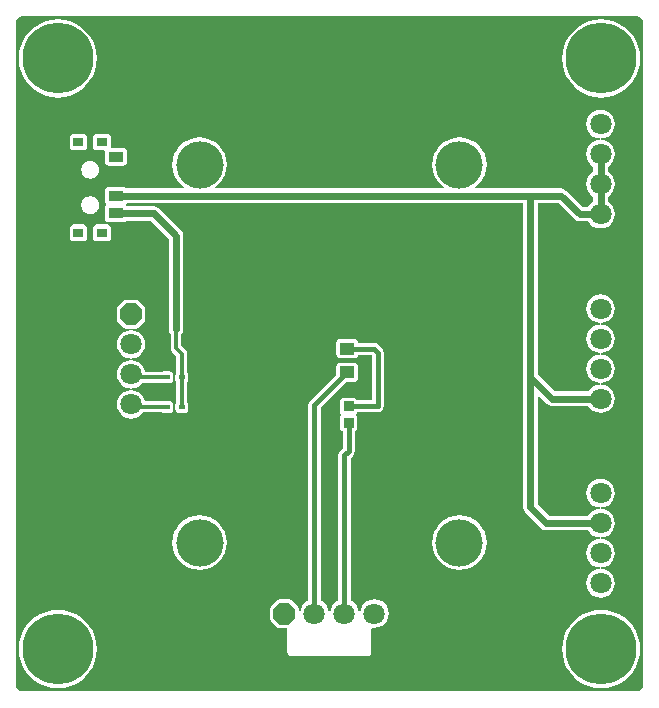
<source format=gtl>
G04 Layer_Physical_Order=1*
G04 Layer_Color=255*
%FSLAX44Y44*%
%MOMM*%
G71*
G01*
G75*
%ADD10R,1.2500X0.9000*%
%ADD11R,0.9000X0.8000*%
%ADD12R,0.8500X0.8500*%
%ADD13R,1.2500X1.0000*%
%ADD14R,0.5000X0.4000*%
%ADD15C,0.6000*%
%ADD16C,0.4000*%
%ADD17C,0.3000*%
%ADD18C,6.0000*%
%ADD19C,4.0000*%
%ADD20C,1.8000*%
%ADD21P,1.9483X8X292.5*%
%ADD22P,1.9483X8X22.5*%
G36*
X537186Y585278D02*
X539040Y584040D01*
X540278Y582186D01*
X540680Y580167D01*
X540646Y580000D01*
Y20000D01*
X540680Y19833D01*
X540278Y17814D01*
X539040Y15960D01*
X537186Y14722D01*
X536199Y14526D01*
X535000Y14354D01*
Y14354D01*
X15000D01*
X14833Y14320D01*
X12814Y14722D01*
X10961Y15960D01*
X9722Y17814D01*
X9526Y18801D01*
X9354Y20000D01*
X9354D01*
Y580000D01*
X9320Y580167D01*
X9722Y582186D01*
X10961Y584040D01*
X12814Y585278D01*
X14833Y585680D01*
X15000Y585646D01*
X535000D01*
X535167Y585680D01*
X537186Y585278D01*
D02*
G37*
%LPC*%
G36*
X296300Y312419D02*
X283800D01*
X282630Y312186D01*
X281637Y311523D01*
X280974Y310530D01*
X280741Y309360D01*
Y299360D01*
X280974Y298190D01*
X281637Y297197D01*
X282630Y296534D01*
X283800Y296301D01*
X296300D01*
X297471Y296534D01*
X298463Y297197D01*
X299126Y298190D01*
X299339Y299262D01*
X310208D01*
X310712Y298758D01*
Y260568D01*
X298300D01*
X298236Y260891D01*
X297573Y261883D01*
X296581Y262546D01*
X295410Y262779D01*
X286910D01*
X285739Y262546D01*
X284747Y261883D01*
X284084Y260891D01*
X283851Y259720D01*
Y251220D01*
X284084Y250049D01*
X284584Y249301D01*
X284680Y248470D01*
X284584Y247639D01*
X284084Y246891D01*
X283851Y245720D01*
Y237220D01*
X284084Y236049D01*
X284747Y235057D01*
X285739Y234394D01*
X286062Y234330D01*
Y219522D01*
X284095Y217555D01*
X282990Y215901D01*
X282602Y213950D01*
Y90877D01*
X281648Y90482D01*
X279142Y88559D01*
X277218Y86052D01*
X276009Y83133D01*
X275716Y80905D01*
X275640Y80334D01*
X274360D01*
X274284Y80905D01*
X273991Y83133D01*
X272782Y86052D01*
X270858Y88559D01*
X268352Y90482D01*
X267398Y90877D01*
Y254498D01*
X289201Y276301D01*
X296300D01*
X297471Y276534D01*
X298463Y277197D01*
X299126Y278190D01*
X299359Y279360D01*
Y289360D01*
X299126Y290530D01*
X298463Y291523D01*
X297471Y292186D01*
X296300Y292419D01*
X283800D01*
X282630Y292186D01*
X281637Y291523D01*
X280974Y290530D01*
X280741Y289360D01*
Y282261D01*
X258695Y260215D01*
X257590Y258561D01*
X257202Y256610D01*
Y90877D01*
X256248Y90482D01*
X253741Y88559D01*
X251818Y86052D01*
X250609Y83133D01*
X250362Y81255D01*
X249656Y80910D01*
X249029Y80862D01*
X248959Y80944D01*
Y84500D01*
X248959Y84500D01*
X248726Y85670D01*
X248063Y86663D01*
X243563Y91163D01*
X242570Y91826D01*
X241400Y92059D01*
X232400D01*
X232400Y92059D01*
X231229Y91826D01*
X230237Y91163D01*
X225737Y86663D01*
X225074Y85670D01*
X224841Y84500D01*
Y75500D01*
X224841Y75500D01*
X225074Y74330D01*
X225737Y73337D01*
X230237Y68837D01*
X231229Y68174D01*
X232400Y67941D01*
X238833D01*
X239441Y67200D01*
Y47200D01*
X239674Y46029D01*
X240337Y45037D01*
X241329Y44374D01*
X242500Y44141D01*
X307500D01*
X308671Y44374D01*
X309663Y45037D01*
X310326Y46029D01*
X310559Y47200D01*
Y66950D01*
X311352Y68046D01*
X311418Y68118D01*
X313100Y67896D01*
X316233Y68309D01*
X319152Y69518D01*
X321659Y71441D01*
X323582Y73948D01*
X324791Y76867D01*
X325204Y80000D01*
X324791Y83133D01*
X323582Y86052D01*
X321659Y88559D01*
X319152Y90482D01*
X316233Y91691D01*
X313100Y92104D01*
X309967Y91691D01*
X307048Y90482D01*
X304541Y88559D01*
X302618Y86052D01*
X301409Y83133D01*
X301116Y80905D01*
X301040Y80334D01*
X299760D01*
X299684Y80905D01*
X299391Y83133D01*
X298182Y86052D01*
X296259Y88559D01*
X293752Y90482D01*
X292798Y90877D01*
Y211838D01*
X294765Y213805D01*
X295870Y215459D01*
X296258Y217410D01*
Y234330D01*
X296581Y234394D01*
X297573Y235057D01*
X298236Y236049D01*
X298469Y237220D01*
Y245720D01*
X298236Y246891D01*
X297736Y247639D01*
X297640Y248470D01*
X297736Y249301D01*
X298236Y250049D01*
X298300Y250372D01*
X315810D01*
X317761Y250760D01*
X319415Y251865D01*
X320520Y253519D01*
X320908Y255470D01*
Y300870D01*
X320520Y302821D01*
X319415Y304475D01*
X315925Y307965D01*
X314271Y309070D01*
X312320Y309458D01*
X299339D01*
X299126Y310530D01*
X298463Y311523D01*
X297471Y312186D01*
X296300Y312419D01*
D02*
G37*
G36*
X102500Y345409D02*
X101329Y345176D01*
X100337Y344513D01*
X95837Y340013D01*
X95174Y339021D01*
X94941Y337850D01*
Y328850D01*
X94941Y328850D01*
X95174Y327679D01*
X95837Y326687D01*
X100337Y322187D01*
X101329Y321524D01*
X102500Y321291D01*
X106671D01*
X106755Y320021D01*
X106038Y319927D01*
X103867Y319641D01*
X100948Y318432D01*
X98441Y316509D01*
X96518Y314002D01*
X95309Y311083D01*
X94896Y307950D01*
X95309Y304817D01*
X96518Y301898D01*
X98441Y299391D01*
X100948Y297468D01*
X103867Y296259D01*
X106095Y295966D01*
X106666Y295890D01*
Y294610D01*
X106095Y294534D01*
X103867Y294241D01*
X100948Y293032D01*
X98441Y291108D01*
X96518Y288602D01*
X95309Y285683D01*
X94896Y282550D01*
X95309Y279417D01*
X96518Y276498D01*
X98441Y273992D01*
X100948Y272068D01*
X103867Y270859D01*
X106095Y270566D01*
X106666Y270490D01*
Y269210D01*
X106095Y269134D01*
X103867Y268841D01*
X100948Y267632D01*
X98441Y265709D01*
X96518Y263202D01*
X95309Y260283D01*
X94896Y257150D01*
X95309Y254017D01*
X96518Y251098D01*
X98441Y248591D01*
X100948Y246668D01*
X103867Y245459D01*
X107000Y245047D01*
X110133Y245459D01*
X113052Y246668D01*
X115559Y248591D01*
X116955Y250412D01*
X132974D01*
X133329Y250174D01*
X134500Y249941D01*
X139500D01*
X140670Y250174D01*
X141663Y250837D01*
X142326Y251829D01*
X142559Y253000D01*
Y257000D01*
X142326Y258171D01*
X141663Y259163D01*
X140670Y259826D01*
X139500Y260059D01*
X134500D01*
X133329Y259826D01*
X132974Y259588D01*
X118783D01*
X118691Y260283D01*
X117482Y263202D01*
X115559Y265709D01*
X113052Y267632D01*
X110133Y268841D01*
X107905Y269134D01*
X107334Y269210D01*
Y270490D01*
X107905Y270566D01*
X110133Y270859D01*
X113052Y272068D01*
X115559Y273992D01*
X116648Y275412D01*
X132974D01*
X133329Y275174D01*
X134500Y274941D01*
X139500D01*
X140670Y275174D01*
X141663Y275837D01*
X142326Y276829D01*
X142559Y278000D01*
Y282000D01*
X142326Y283171D01*
X141663Y284163D01*
X140670Y284826D01*
X139500Y285059D01*
X134500D01*
X133329Y284826D01*
X132974Y284588D01*
X118835D01*
X118691Y285683D01*
X117482Y288602D01*
X115559Y291108D01*
X113052Y293032D01*
X110133Y294241D01*
X107905Y294534D01*
X107334Y294610D01*
Y295890D01*
X107905Y295966D01*
X110133Y296259D01*
X113052Y297468D01*
X115559Y299391D01*
X117482Y301898D01*
X118691Y304817D01*
X119103Y307950D01*
X118691Y311083D01*
X117482Y314002D01*
X115559Y316509D01*
X113052Y318432D01*
X110133Y319641D01*
X107962Y319927D01*
X107245Y320021D01*
X107329Y321291D01*
X111500D01*
X111500Y321291D01*
X112670Y321524D01*
X113663Y322187D01*
X118163Y326687D01*
X118826Y327679D01*
X119059Y328850D01*
Y337850D01*
X119059Y337850D01*
X118826Y339021D01*
X118163Y340013D01*
X113663Y344513D01*
X112670Y345176D01*
X111500Y345409D01*
X102500D01*
X102500Y345409D01*
D02*
G37*
G36*
X66980Y409409D02*
X57980D01*
X56810Y409176D01*
X55817Y408513D01*
X55154Y407520D01*
X54921Y406350D01*
Y398350D01*
X55154Y397179D01*
X55817Y396187D01*
X56810Y395524D01*
X57980Y395291D01*
X66980D01*
X68151Y395524D01*
X69143Y396187D01*
X69806Y397179D01*
X70039Y398350D01*
Y406350D01*
X69806Y407520D01*
X69143Y408513D01*
X68151Y409176D01*
X66980Y409409D01*
D02*
G37*
G36*
X385000Y163111D02*
X380491Y162667D01*
X376156Y161352D01*
X372160Y159216D01*
X368658Y156342D01*
X365784Y152840D01*
X363648Y148844D01*
X362333Y144509D01*
X361889Y140000D01*
X362333Y135491D01*
X363648Y131156D01*
X365784Y127160D01*
X368658Y123658D01*
X372160Y120784D01*
X376156Y118648D01*
X380491Y117333D01*
X385000Y116889D01*
X389509Y117333D01*
X393844Y118648D01*
X397840Y120784D01*
X401342Y123658D01*
X404216Y127160D01*
X406352Y131156D01*
X407667Y135491D01*
X408111Y140000D01*
X407667Y144509D01*
X406352Y148844D01*
X404216Y152840D01*
X401342Y156342D01*
X397840Y159216D01*
X393844Y161352D01*
X389509Y162667D01*
X385000Y163111D01*
D02*
G37*
G36*
X45000Y83102D02*
X39822Y82695D01*
X34771Y81482D01*
X29972Y79494D01*
X25543Y76780D01*
X21593Y73407D01*
X18220Y69457D01*
X15506Y65028D01*
X13518Y60229D01*
X12306Y55178D01*
X11898Y50000D01*
X12306Y44822D01*
X13518Y39771D01*
X15506Y34972D01*
X18220Y30543D01*
X21593Y26593D01*
X25543Y23220D01*
X29972Y20506D01*
X34771Y18518D01*
X39822Y17306D01*
X45000Y16898D01*
X50178Y17306D01*
X55229Y18518D01*
X60028Y20506D01*
X64457Y23220D01*
X68407Y26593D01*
X71780Y30543D01*
X74494Y34972D01*
X76482Y39771D01*
X77695Y44822D01*
X78102Y50000D01*
X77695Y55178D01*
X76482Y60229D01*
X74494Y65028D01*
X71780Y69457D01*
X68407Y73407D01*
X64457Y76780D01*
X60028Y79494D01*
X55229Y81482D01*
X50178Y82695D01*
X45000Y83102D01*
D02*
G37*
G36*
X505000D02*
X499822Y82695D01*
X494771Y81482D01*
X489972Y79494D01*
X485543Y76780D01*
X481593Y73407D01*
X478220Y69457D01*
X475506Y65028D01*
X473518Y60229D01*
X472305Y55178D01*
X471898Y50000D01*
X472305Y44822D01*
X473518Y39771D01*
X475506Y34972D01*
X478220Y30543D01*
X481593Y26593D01*
X485543Y23220D01*
X489972Y20506D01*
X494771Y18518D01*
X499822Y17306D01*
X505000Y16898D01*
X510178Y17306D01*
X515229Y18518D01*
X520028Y20506D01*
X524457Y23220D01*
X528407Y26593D01*
X531780Y30543D01*
X534494Y34972D01*
X536482Y39771D01*
X537695Y44822D01*
X538102Y50000D01*
X537695Y55178D01*
X536482Y60229D01*
X534494Y65028D01*
X531780Y69457D01*
X528407Y73407D01*
X524457Y76780D01*
X520028Y79494D01*
X515229Y81482D01*
X510178Y82695D01*
X505000Y83102D01*
D02*
G37*
G36*
X165000Y163111D02*
X160491Y162667D01*
X156156Y161352D01*
X152160Y159216D01*
X148658Y156342D01*
X145784Y152840D01*
X143648Y148844D01*
X142333Y144509D01*
X141889Y140000D01*
X142333Y135491D01*
X143648Y131156D01*
X145784Y127160D01*
X148658Y123658D01*
X152160Y120784D01*
X156156Y118648D01*
X160491Y117333D01*
X165000Y116889D01*
X169509Y117333D01*
X173844Y118648D01*
X177840Y120784D01*
X181342Y123658D01*
X184216Y127160D01*
X186352Y131156D01*
X187667Y135491D01*
X188111Y140000D01*
X187667Y144509D01*
X186352Y148844D01*
X184216Y152840D01*
X181342Y156342D01*
X177840Y159216D01*
X173844Y161352D01*
X169509Y162667D01*
X165000Y163111D01*
D02*
G37*
G36*
X86980Y409409D02*
X77980D01*
X76810Y409176D01*
X75817Y408513D01*
X75154Y407520D01*
X74921Y406350D01*
Y398350D01*
X75154Y397179D01*
X75817Y396187D01*
X76810Y395524D01*
X77980Y395291D01*
X86980D01*
X88151Y395524D01*
X89143Y396187D01*
X89806Y397179D01*
X90039Y398350D01*
Y406350D01*
X89806Y407520D01*
X89143Y408513D01*
X88151Y409176D01*
X86980Y409409D01*
D02*
G37*
G36*
X66980Y486409D02*
X57980D01*
X56810Y486176D01*
X55817Y485513D01*
X55154Y484520D01*
X54921Y483350D01*
Y475350D01*
X55154Y474179D01*
X55817Y473187D01*
X56810Y472524D01*
X57980Y472291D01*
X66980D01*
X68151Y472524D01*
X69143Y473187D01*
X69806Y474179D01*
X70039Y475350D01*
Y483350D01*
X69806Y484520D01*
X69143Y485513D01*
X68151Y486176D01*
X66980Y486409D01*
D02*
G37*
G36*
X45000Y583102D02*
X39822Y582695D01*
X34771Y581482D01*
X29972Y579494D01*
X25543Y576780D01*
X21593Y573407D01*
X18220Y569457D01*
X15506Y565028D01*
X13518Y560229D01*
X12306Y555178D01*
X11898Y550000D01*
X12306Y544822D01*
X13518Y539771D01*
X15506Y534972D01*
X18220Y530543D01*
X21593Y526593D01*
X25543Y523220D01*
X29972Y520506D01*
X34771Y518518D01*
X39822Y517305D01*
X45000Y516898D01*
X50178Y517305D01*
X55229Y518518D01*
X60028Y520506D01*
X64457Y523220D01*
X68407Y526593D01*
X71780Y530543D01*
X74494Y534972D01*
X76482Y539771D01*
X77695Y544822D01*
X78102Y550000D01*
X77695Y555178D01*
X76482Y560229D01*
X74494Y565028D01*
X71780Y569457D01*
X68407Y573407D01*
X64457Y576780D01*
X60028Y579494D01*
X55229Y581482D01*
X50178Y582695D01*
X45000Y583102D01*
D02*
G37*
G36*
X505000D02*
X499822Y582695D01*
X494771Y581482D01*
X489972Y579494D01*
X485543Y576780D01*
X481593Y573407D01*
X478220Y569457D01*
X475506Y565028D01*
X473518Y560229D01*
X472305Y555178D01*
X471898Y550000D01*
X472305Y544822D01*
X473518Y539771D01*
X475506Y534972D01*
X478220Y530543D01*
X481593Y526593D01*
X485543Y523220D01*
X489972Y520506D01*
X494771Y518518D01*
X499822Y517305D01*
X505000Y516898D01*
X510178Y517305D01*
X515229Y518518D01*
X520028Y520506D01*
X524457Y523220D01*
X528407Y526593D01*
X531780Y530543D01*
X534494Y534972D01*
X536482Y539771D01*
X537695Y544822D01*
X538102Y550000D01*
X537695Y555178D01*
X536482Y560229D01*
X534494Y565028D01*
X531780Y569457D01*
X528407Y573407D01*
X524457Y576780D01*
X520028Y579494D01*
X515229Y581482D01*
X510178Y582695D01*
X505000Y583102D01*
D02*
G37*
G36*
X86980Y486409D02*
X77980D01*
X76810Y486176D01*
X75817Y485513D01*
X75154Y484520D01*
X74921Y483350D01*
Y475350D01*
X75154Y474179D01*
X75817Y473187D01*
X76810Y472524D01*
X77980Y472291D01*
X84149D01*
X84921Y471350D01*
Y462350D01*
X85154Y461180D01*
X85817Y460187D01*
X86810Y459524D01*
X87980Y459291D01*
X100480D01*
X101650Y459524D01*
X102643Y460187D01*
X103306Y461180D01*
X103539Y462350D01*
Y471350D01*
X103306Y472520D01*
X102643Y473513D01*
X101650Y474176D01*
X100480Y474409D01*
X90811D01*
X90039Y475350D01*
Y483350D01*
X89806Y484520D01*
X89143Y485513D01*
X88151Y486176D01*
X86980Y486409D01*
D02*
G37*
G36*
X73077Y433438D02*
X71883D01*
X70128Y433089D01*
X69025Y432632D01*
X67536Y431638D01*
X66692Y430794D01*
X65698Y429305D01*
X65241Y428203D01*
X64892Y426447D01*
Y426146D01*
X64833Y425850D01*
X64892Y425555D01*
Y425253D01*
X65241Y423498D01*
X65698Y422395D01*
X66692Y420906D01*
X67536Y420062D01*
X69025Y419068D01*
X70128Y418611D01*
X71883Y418262D01*
X73077D01*
X74833Y418611D01*
X75935Y419068D01*
X77424Y420062D01*
X78268Y420906D01*
X79262Y422395D01*
X79719Y423498D01*
X80068Y425253D01*
Y425555D01*
X80127Y425850D01*
X80068Y426146D01*
Y426447D01*
X79719Y428203D01*
X79262Y429305D01*
X78268Y430794D01*
X77424Y431638D01*
X75935Y432632D01*
X74833Y433089D01*
X73077Y433438D01*
D02*
G37*
G36*
X504500Y506423D02*
X501367Y506011D01*
X498448Y504802D01*
X495942Y502878D01*
X494018Y500372D01*
X492809Y497453D01*
X492397Y494320D01*
X492809Y491187D01*
X494018Y488268D01*
X495942Y485761D01*
X498448Y483838D01*
X501367Y482629D01*
X503595Y482336D01*
X504166Y482261D01*
Y480980D01*
X503595Y480904D01*
X501367Y480611D01*
X498448Y479402D01*
X495942Y477478D01*
X494018Y474972D01*
X492809Y472053D01*
X492397Y468920D01*
X492809Y465787D01*
X494018Y462868D01*
X495942Y460362D01*
X498382Y458489D01*
Y453951D01*
X495942Y452079D01*
X494018Y449572D01*
X492809Y446653D01*
X492397Y443520D01*
X492809Y440387D01*
X494018Y437468D01*
X495942Y434962D01*
X498382Y433088D01*
Y428551D01*
X495942Y426679D01*
X494068Y424238D01*
X489414D01*
X475476Y438176D01*
X473491Y439502D01*
X471150Y439967D01*
X398847D01*
X398393Y441237D01*
X401342Y443658D01*
X404216Y447160D01*
X406352Y451156D01*
X407667Y455491D01*
X408111Y460000D01*
X407667Y464509D01*
X406352Y468844D01*
X404216Y472840D01*
X401342Y476342D01*
X397840Y479216D01*
X393844Y481352D01*
X389509Y482667D01*
X385000Y483111D01*
X380491Y482667D01*
X376156Y481352D01*
X372160Y479216D01*
X368658Y476342D01*
X365784Y472840D01*
X363648Y468844D01*
X362333Y464509D01*
X361889Y460000D01*
X362333Y455491D01*
X363648Y451156D01*
X365784Y447160D01*
X368658Y443658D01*
X371607Y441237D01*
X371153Y439967D01*
X178847D01*
X178393Y441237D01*
X181342Y443658D01*
X184216Y447160D01*
X186352Y451156D01*
X187667Y455491D01*
X188111Y460000D01*
X187667Y464509D01*
X186352Y468844D01*
X184216Y472840D01*
X181342Y476342D01*
X177840Y479216D01*
X173844Y481352D01*
X169509Y482667D01*
X165000Y483111D01*
X160491Y482667D01*
X156156Y481352D01*
X152160Y479216D01*
X148658Y476342D01*
X145784Y472840D01*
X143648Y468844D01*
X142333Y464509D01*
X141889Y460000D01*
X142333Y455491D01*
X143648Y451156D01*
X145784Y447160D01*
X148658Y443658D01*
X151607Y441237D01*
X151153Y439967D01*
X103007D01*
X102643Y440513D01*
X101650Y441176D01*
X100480Y441409D01*
X87980D01*
X86810Y441176D01*
X85817Y440513D01*
X85154Y439520D01*
X84921Y438350D01*
Y429350D01*
X85154Y428180D01*
X85817Y427187D01*
X85927Y427114D01*
Y425586D01*
X85817Y425513D01*
X85154Y424520D01*
X84921Y423350D01*
Y414350D01*
X85154Y413180D01*
X85817Y412187D01*
X86810Y411524D01*
X87980Y411291D01*
X100480D01*
X101650Y411524D01*
X102643Y412187D01*
X103007Y412732D01*
X123616D01*
X138883Y397466D01*
Y320550D01*
X139348Y318209D01*
X140412Y316617D01*
Y305000D01*
X140761Y303244D01*
X141756Y301756D01*
X145412Y298099D01*
Y284213D01*
X145337Y284163D01*
X144674Y283171D01*
X144441Y282000D01*
Y278000D01*
X144674Y276829D01*
X145337Y275837D01*
X145412Y275787D01*
Y259213D01*
X145337Y259163D01*
X144674Y258171D01*
X144441Y257000D01*
Y253000D01*
X144674Y251829D01*
X145337Y250837D01*
X146329Y250174D01*
X147500Y249941D01*
X152500D01*
X153671Y250174D01*
X154663Y250837D01*
X155326Y251829D01*
X155559Y253000D01*
Y257000D01*
X155326Y258171D01*
X154663Y259163D01*
X154588Y259213D01*
Y275787D01*
X154663Y275837D01*
X155326Y276829D01*
X155559Y278000D01*
Y282000D01*
X155326Y283171D01*
X154663Y284163D01*
X154588Y284213D01*
Y300000D01*
X154239Y301756D01*
X153244Y303244D01*
X149588Y306901D01*
Y316617D01*
X150652Y318209D01*
X151118Y320550D01*
Y400000D01*
X150652Y402341D01*
X149326Y404326D01*
X130476Y423176D01*
X128491Y424502D01*
X126150Y424967D01*
X103007D01*
X102643Y425513D01*
X102631Y426763D01*
X103547Y427732D01*
X438882D01*
Y280000D01*
Y170000D01*
X439348Y167659D01*
X440674Y165674D01*
X454204Y152144D01*
X456189Y150818D01*
X458530Y150352D01*
X494068D01*
X495942Y147912D01*
X498448Y145988D01*
X501367Y144779D01*
X503595Y144486D01*
X504166Y144410D01*
Y143130D01*
X503595Y143055D01*
X501367Y142761D01*
X498448Y141552D01*
X495942Y139628D01*
X494018Y137122D01*
X492809Y134203D01*
X492397Y131070D01*
X492809Y127937D01*
X494018Y125018D01*
X495942Y122512D01*
X498448Y120588D01*
X501367Y119379D01*
X503595Y119086D01*
X504166Y119010D01*
Y117730D01*
X503595Y117654D01*
X501367Y117361D01*
X498448Y116152D01*
X495942Y114228D01*
X494018Y111722D01*
X492809Y108803D01*
X492397Y105670D01*
X492809Y102537D01*
X494018Y99618D01*
X495942Y97112D01*
X498448Y95188D01*
X501367Y93979D01*
X504500Y93567D01*
X507633Y93979D01*
X510552Y95188D01*
X513059Y97112D01*
X514982Y99618D01*
X516191Y102537D01*
X516604Y105670D01*
X516191Y108803D01*
X514982Y111722D01*
X513059Y114228D01*
X510552Y116152D01*
X507633Y117361D01*
X505405Y117654D01*
X504834Y117730D01*
Y119010D01*
X505405Y119086D01*
X507633Y119379D01*
X510552Y120588D01*
X513059Y122512D01*
X514982Y125018D01*
X516191Y127937D01*
X516604Y131070D01*
X516191Y134203D01*
X514982Y137122D01*
X513059Y139628D01*
X510552Y141552D01*
X507633Y142761D01*
X505405Y143055D01*
X504834Y143130D01*
Y144410D01*
X505405Y144486D01*
X507633Y144779D01*
X510552Y145988D01*
X513059Y147912D01*
X514982Y150418D01*
X516191Y153337D01*
X516604Y156470D01*
X516191Y159603D01*
X514982Y162522D01*
X513059Y165028D01*
X510552Y166952D01*
X507633Y168161D01*
X505405Y168454D01*
X504834Y168530D01*
Y169811D01*
X505405Y169886D01*
X507633Y170179D01*
X510552Y171388D01*
X513059Y173312D01*
X514982Y175818D01*
X516191Y178737D01*
X516604Y181870D01*
X516191Y185003D01*
X514982Y187922D01*
X513059Y190429D01*
X510552Y192352D01*
X507633Y193561D01*
X504500Y193974D01*
X501367Y193561D01*
X498448Y192352D01*
X495942Y190429D01*
X494018Y187922D01*
X492809Y185003D01*
X492397Y181870D01*
X492809Y178737D01*
X494018Y175818D01*
X495942Y173312D01*
X498448Y171388D01*
X501367Y170179D01*
X503595Y169886D01*
X504166Y169811D01*
Y168530D01*
X503595Y168454D01*
X501367Y168161D01*
X498448Y166952D01*
X495942Y165028D01*
X494068Y162588D01*
X461064D01*
X451118Y172534D01*
Y263572D01*
X452291Y264058D01*
X458754Y257594D01*
X460739Y256268D01*
X463080Y255802D01*
X494068D01*
X495942Y253361D01*
X498448Y251438D01*
X501367Y250229D01*
X504500Y249816D01*
X507633Y250229D01*
X510552Y251438D01*
X513059Y253361D01*
X514982Y255868D01*
X516191Y258787D01*
X516604Y261920D01*
X516191Y265053D01*
X514982Y267972D01*
X513059Y270478D01*
X510552Y272402D01*
X507633Y273611D01*
X505405Y273904D01*
X504834Y273980D01*
Y275261D01*
X505405Y275336D01*
X507633Y275629D01*
X510552Y276838D01*
X513059Y278762D01*
X514982Y281268D01*
X516191Y284187D01*
X516604Y287320D01*
X516191Y290453D01*
X514982Y293372D01*
X513059Y295879D01*
X510552Y297802D01*
X507633Y299011D01*
X505405Y299305D01*
X504834Y299380D01*
Y300660D01*
X505405Y300736D01*
X507633Y301029D01*
X510552Y302238D01*
X513059Y304161D01*
X514982Y306668D01*
X516191Y309587D01*
X516604Y312720D01*
X516191Y315853D01*
X514982Y318772D01*
X513059Y321278D01*
X510552Y323202D01*
X507633Y324411D01*
X505405Y324705D01*
X504834Y324780D01*
Y326060D01*
X505405Y326136D01*
X507633Y326429D01*
X510552Y327638D01*
X513059Y329562D01*
X514982Y332068D01*
X516191Y334987D01*
X516604Y338120D01*
X516191Y341253D01*
X514982Y344172D01*
X513059Y346679D01*
X510552Y348602D01*
X507633Y349811D01*
X504500Y350224D01*
X501367Y349811D01*
X498448Y348602D01*
X495942Y346679D01*
X494018Y344172D01*
X492809Y341253D01*
X492397Y338120D01*
X492809Y334987D01*
X494018Y332068D01*
X495942Y329562D01*
X498448Y327638D01*
X501367Y326429D01*
X503595Y326136D01*
X504166Y326060D01*
Y324780D01*
X503595Y324705D01*
X501367Y324411D01*
X498448Y323202D01*
X495942Y321278D01*
X494018Y318772D01*
X492809Y315853D01*
X492397Y312720D01*
X492809Y309587D01*
X494018Y306668D01*
X495942Y304161D01*
X498448Y302238D01*
X501367Y301029D01*
X503595Y300736D01*
X504166Y300660D01*
Y299380D01*
X503595Y299305D01*
X501367Y299011D01*
X498448Y297802D01*
X495942Y295879D01*
X494018Y293372D01*
X492809Y290453D01*
X492397Y287320D01*
X492809Y284187D01*
X494018Y281268D01*
X495942Y278762D01*
X498448Y276838D01*
X501367Y275629D01*
X503595Y275336D01*
X504166Y275261D01*
Y273980D01*
X503595Y273904D01*
X501367Y273611D01*
X498448Y272402D01*
X495942Y270478D01*
X494068Y268038D01*
X465614D01*
X451118Y282534D01*
Y427732D01*
X468616D01*
X482554Y413794D01*
X484539Y412468D01*
X486880Y412002D01*
X494068D01*
X495942Y409562D01*
X498448Y407638D01*
X501367Y406429D01*
X504500Y406017D01*
X507633Y406429D01*
X510552Y407638D01*
X513059Y409562D01*
X514982Y412068D01*
X516191Y414987D01*
X516604Y418120D01*
X516191Y421253D01*
X514982Y424172D01*
X513059Y426679D01*
X510617Y428551D01*
Y433088D01*
X513059Y434962D01*
X514982Y437468D01*
X516191Y440387D01*
X516604Y443520D01*
X516191Y446653D01*
X514982Y449572D01*
X513059Y452079D01*
X510617Y453951D01*
Y458489D01*
X513059Y460362D01*
X514982Y462868D01*
X516191Y465787D01*
X516604Y468920D01*
X516191Y472053D01*
X514982Y474972D01*
X513059Y477478D01*
X510552Y479402D01*
X507633Y480611D01*
X505405Y480904D01*
X504834Y480980D01*
Y482261D01*
X505405Y482336D01*
X507633Y482629D01*
X510552Y483838D01*
X513059Y485761D01*
X514982Y488268D01*
X516191Y491187D01*
X516604Y494320D01*
X516191Y497453D01*
X514982Y500372D01*
X513059Y502878D01*
X510552Y504802D01*
X507633Y506011D01*
X504500Y506423D01*
D02*
G37*
G36*
X73077Y463438D02*
X71883D01*
X70128Y463089D01*
X69025Y462632D01*
X67536Y461638D01*
X66692Y460794D01*
X65698Y459305D01*
X65241Y458203D01*
X64892Y456447D01*
Y456146D01*
X64833Y455850D01*
X64892Y455555D01*
Y455253D01*
X65241Y453498D01*
X65698Y452395D01*
X66692Y450906D01*
X67536Y450062D01*
X69025Y449068D01*
X70128Y448611D01*
X71883Y448262D01*
X73077D01*
X74833Y448611D01*
X75935Y449068D01*
X77424Y450062D01*
X78268Y450906D01*
X79262Y452395D01*
X79719Y453497D01*
X80068Y455253D01*
Y455555D01*
X80127Y455850D01*
X80068Y456146D01*
Y456447D01*
X79719Y458203D01*
X79262Y459305D01*
X78268Y460794D01*
X77424Y461638D01*
X75935Y462632D01*
X74833Y463089D01*
X73077Y463438D01*
D02*
G37*
%LPD*%
D10*
X94230Y466850D02*
D03*
Y433850D02*
D03*
Y418850D02*
D03*
D11*
X62480Y402350D02*
D03*
X82480D02*
D03*
X62480Y479350D02*
D03*
X82480D02*
D03*
D12*
X291160Y241470D02*
D03*
Y255470D02*
D03*
D13*
X290050Y284360D02*
D03*
Y304360D02*
D03*
D14*
X150000Y255000D02*
D03*
X137000D02*
D03*
X150000Y280000D02*
D03*
X137000D02*
D03*
D15*
X458530Y156470D02*
X504500D01*
X445000Y170000D02*
X458530Y156470D01*
X445000Y170000D02*
Y280000D01*
Y433850D02*
X471150D01*
X94230D02*
X445000D01*
X463080Y261920D02*
X504500D01*
X445000Y280000D02*
X463080Y261920D01*
X445000Y280000D02*
Y433850D01*
X504500Y443520D02*
Y468920D01*
Y418120D02*
Y443520D01*
X486880Y418120D02*
X504500D01*
X471150Y433850D02*
X486880Y418120D01*
X94230Y418850D02*
X126150D01*
X145000Y400000D01*
Y320550D02*
Y400000D01*
D16*
X262300Y80000D02*
Y256610D01*
X290050Y284360D01*
Y304360D02*
X312320D01*
X315810Y300870D01*
Y255470D02*
Y300870D01*
X291160Y255470D02*
X315810D01*
X291160Y217410D02*
Y241470D01*
X287700Y213950D02*
X291160Y217410D01*
X287700Y80000D02*
Y213950D01*
D17*
X109550Y280000D02*
X137000D01*
X107000Y282550D02*
X109550Y280000D01*
X109150Y255000D02*
X137000D01*
X107000Y257150D02*
X109150Y255000D01*
X150000D02*
Y280000D01*
Y300000D01*
X145000Y305000D02*
X150000Y300000D01*
X145000Y305000D02*
Y320550D01*
D18*
X505000Y550000D02*
D03*
X45000D02*
D03*
Y50000D02*
D03*
X505000D02*
D03*
D19*
X165000Y460000D02*
D03*
Y140000D02*
D03*
X385000D02*
D03*
Y460000D02*
D03*
D20*
X504500Y494320D02*
D03*
Y418120D02*
D03*
Y443520D02*
D03*
Y468920D02*
D03*
X107000Y307950D02*
D03*
Y282550D02*
D03*
Y257150D02*
D03*
X504500Y338120D02*
D03*
Y261920D02*
D03*
Y287320D02*
D03*
Y312720D02*
D03*
Y181870D02*
D03*
Y105670D02*
D03*
Y131070D02*
D03*
Y156470D02*
D03*
X313100Y80000D02*
D03*
X287700D02*
D03*
X262300D02*
D03*
D21*
X107000Y333350D02*
D03*
D22*
X236900Y80000D02*
D03*
M02*

</source>
